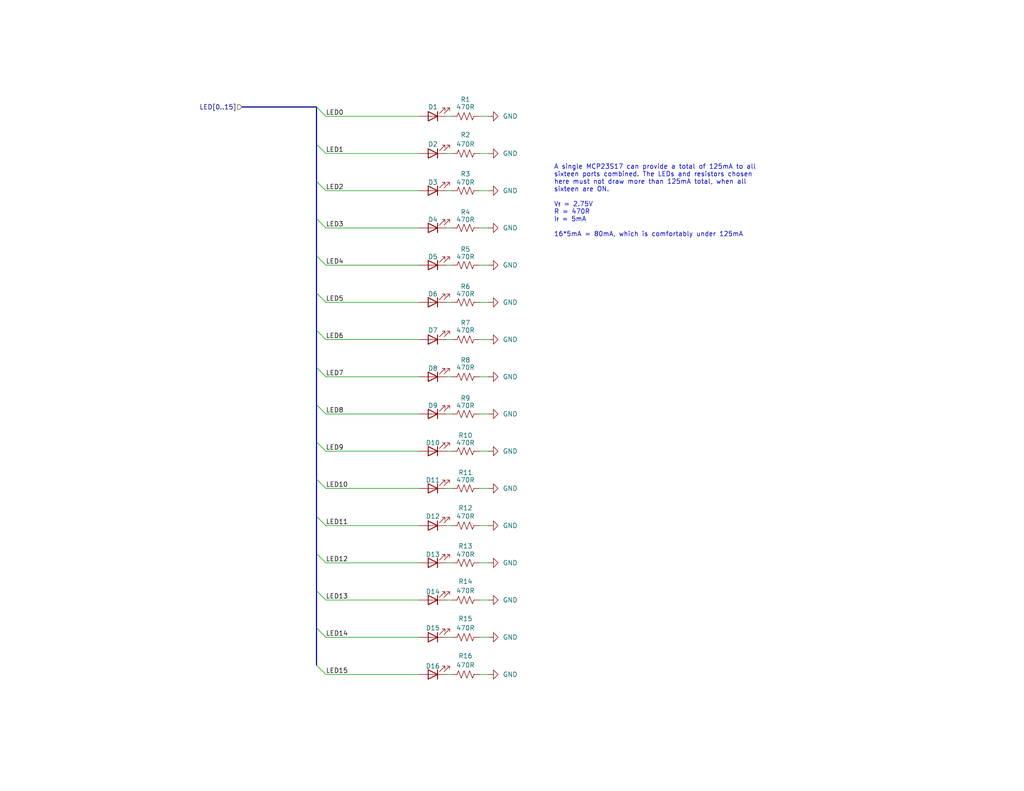
<source format=kicad_sch>
(kicad_sch (version 20250114) (generator "eeschema") (generator_version "9.0")
  (paper "USLetter")
  (title_block (date "2025-08-01") (rev "A"))
  (lib_symbols
    (symbol "Device:LED" (pin_numbers (hide yes)) (pin_names (offset 1.016) (hide yes))
      (property "Reference" "D" (at 0 2.54 0))
      (property "Value" "LED" (at 0 -2.54 0))
      (symbol "LED_0_1"
        (polyline (pts (xy -3.048 -0.762) (xy -4.572 -2.286) (xy -3.81 -2.286) (xy -4.572 -2.286) (xy -4.572 -1.524)))
        (polyline (pts (xy -1.778 -0.762) (xy -3.302 -2.286) (xy -2.54 -2.286) (xy -3.302 -2.286) (xy -3.302 -1.524)))
        (polyline (pts (xy -1.27 0) (xy 1.27 0)))
        (polyline (pts (xy -1.27 -1.27) (xy -1.27 1.27)) (stroke (width 0.254)))
        (polyline (pts (xy 1.27 -1.27) (xy 1.27 1.27) (xy -1.27 0) (xy 1.27 -1.27)) (stroke (width 0.254)))
      )
      (symbol "LED_1_1"
        (pin passive line (at -3.81 0 0) (length 2.54) (name "K") (number "1"))
        (pin passive line (at 3.81 0 180) (length 2.54) (name "A") (number "2"))
      )
    )
    (symbol "Device:R_US" (pin_numbers (hide yes)) (pin_names (offset 0))
      (property "Reference" "R" (at 2.54 0 90))
      (property "Value" "R_US" (at -2.54 0 90))
      (symbol "R_US_0_1"
        (polyline (pts (xy 0 2.286) (xy 0 2.54)))
        (polyline (pts (xy 0 2.286) (xy 1.016 1.905) (xy 0 1.524) (xy -1.016 1.143) (xy 0 0.762)))
        (polyline (pts (xy 0 0.762) (xy 1.016 0.381) (xy 0 0) (xy -1.016 -0.381) (xy 0 -0.762)))
        (polyline (pts (xy 0 -0.762) (xy 1.016 -1.143) (xy 0 -1.524) (xy -1.016 -1.905) (xy 0 -2.286)))
        (polyline (pts (xy 0 -2.286) (xy 0 -2.54)))
      )
      (symbol "R_US_1_1"
        (pin passive line (at 0 3.81 270) (length 1.27) (name "~") (number "1"))
        (pin passive line (at 0 -3.81 90) (length 1.27) (name "~") (number "2"))
      )
    )
    (symbol "power:GND" (power) (pin_numbers (hide yes)) (pin_names (offset 0) (hide yes))
      (property "Value" "GND" (at 0 -3.81 0))
      (symbol "GND_0_1"
        (polyline (pts (xy 0 0) (xy 0 -1.27) (xy 1.27 -1.27) (xy 0 -2.54) (xy -1.27 -1.27) (xy 0 -1.27)))
      )
      (symbol "GND_1_1"
        (pin power_in line (at 0 0 270) (length 0) (name "~") (number "1"))
      )
    )
  )
  (text "A single MCP23S17 can provide a total of 125mA to all\nsixteen ports combined. The LEDs and resistors chosen\nhere must not draw more than 125mA total, when all\nsixteen are ON.\n\nV_{f} = 2.75V\nR = 470R\nI_{f} = 5mA\n\n16*5mA = 80mA, which is comfortably under 125mA" (at 151.13 54.864 0) (effects (font (size 1.27 1.27)) (justify left)))
  (bus_entry (at 86.36 161.29) (size 2.54 2.54))
  (bus_entry (at 86.36 140.97) (size 2.54 2.54))
  (bus_entry (at 86.36 151.13) (size 2.54 2.54))
  (bus_entry (at 86.36 171.45) (size 2.54 2.54))
  (bus_entry (at 86.36 100.33) (size 2.54 2.54))
  (bus_entry (at 86.36 29.21) (size 2.54 2.54))
  (bus_entry (at 86.36 110.49) (size 2.54 2.54))
  (bus_entry (at 86.36 130.81) (size 2.54 2.54))
  (bus_entry (at 86.36 90.17) (size 2.54 2.54))
  (bus_entry (at 86.36 59.69) (size 2.54 2.54))
  (bus_entry (at 86.36 120.65) (size 2.54 2.54))
  (bus_entry (at 86.36 69.85) (size 2.54 2.54))
  (bus_entry (at 86.36 39.37) (size 2.54 2.54))
  (bus_entry (at 86.36 181.61) (size 2.54 2.54))
  (bus_entry (at 86.36 80.01) (size 2.54 2.54))
  (bus_entry (at 86.36 49.53) (size 2.54 2.54))
  (bus (pts (xy 86.36 49.53) (xy 86.36 39.37)))
  (wire (pts (xy 130.81 72.39) (xy 133.35 72.39)))
  (wire (pts (xy 130.81 163.83) (xy 133.35 163.83)))
  (bus (pts (xy 86.36 39.37) (xy 86.36 29.21)))
  (wire (pts (xy 130.81 102.87) (xy 133.35 102.87)))
  (bus (pts (xy 86.36 130.81) (xy 86.36 120.65)))
  (wire (pts (xy 88.9 153.67) (xy 114.3 153.67)))
  (wire (pts (xy 88.9 123.19) (xy 114.3 123.19)))
  (wire (pts (xy 121.92 153.67) (xy 123.19 153.67)))
  (bus (pts (xy 86.36 161.29) (xy 86.36 151.13)))
  (wire (pts (xy 121.92 82.55) (xy 123.19 82.55)))
  (wire (pts (xy 121.92 72.39) (xy 123.19 72.39)))
  (bus (pts (xy 86.36 120.65) (xy 86.36 110.49)))
  (wire (pts (xy 130.81 113.03) (xy 133.35 113.03)))
  (wire (pts (xy 130.81 41.91) (xy 133.35 41.91)))
  (bus (pts (xy 86.36 110.49) (xy 86.36 100.33)))
  (wire (pts (xy 130.81 133.35) (xy 133.35 133.35)))
  (wire (pts (xy 88.9 72.39) (xy 114.3 72.39)))
  (wire (pts (xy 88.9 31.75) (xy 114.3 31.75)))
  (wire (pts (xy 121.92 92.71) (xy 123.19 92.71)))
  (bus (pts (xy 86.36 140.97) (xy 86.36 130.81)))
  (wire (pts (xy 121.92 62.23) (xy 123.19 62.23)))
  (wire (pts (xy 121.92 113.03) (xy 123.19 113.03)))
  (wire (pts (xy 130.81 62.23) (xy 133.35 62.23)))
  (wire (pts (xy 130.81 52.07) (xy 133.35 52.07)))
  (wire (pts (xy 121.92 102.87) (xy 123.19 102.87)))
  (wire (pts (xy 121.92 31.75) (xy 123.19 31.75)))
  (wire (pts (xy 88.9 102.87) (xy 114.3 102.87)))
  (wire (pts (xy 88.9 113.03) (xy 114.3 113.03)))
  (wire (pts (xy 121.92 163.83) (xy 123.19 163.83)))
  (wire (pts (xy 130.81 184.15) (xy 133.35 184.15)))
  (wire (pts (xy 121.92 173.99) (xy 123.19 173.99)))
  (wire (pts (xy 130.81 143.51) (xy 133.35 143.51)))
  (wire (pts (xy 88.9 82.55) (xy 114.3 82.55)))
  (wire (pts (xy 130.81 153.67) (xy 133.35 153.67)))
  (wire (pts (xy 121.92 52.07) (xy 123.19 52.07)))
  (wire (pts (xy 88.9 41.91) (xy 114.3 41.91)))
  (bus (pts (xy 86.36 181.61) (xy 86.36 171.45)))
  (wire (pts (xy 130.81 82.55) (xy 133.35 82.55)))
  (bus (pts (xy 86.36 80.01) (xy 86.36 69.85)))
  (wire (pts (xy 88.9 52.07) (xy 114.3 52.07)))
  (bus (pts (xy 86.36 90.17) (xy 86.36 80.01)))
  (wire (pts (xy 88.9 173.99) (xy 114.3 173.99)))
  (wire (pts (xy 88.9 143.51) (xy 114.3 143.51)))
  (wire (pts (xy 130.81 92.71) (xy 133.35 92.71)))
  (wire (pts (xy 121.92 143.51) (xy 123.19 143.51)))
  (bus (pts (xy 86.36 100.33) (xy 86.36 90.17)))
  (wire (pts (xy 121.92 41.91) (xy 123.19 41.91)))
  (wire (pts (xy 88.9 133.35) (xy 114.3 133.35)))
  (wire (pts (xy 88.9 92.71) (xy 114.3 92.71)))
  (bus (pts (xy 86.36 171.45) (xy 86.36 161.29)))
  (wire (pts (xy 121.92 184.15) (xy 123.19 184.15)))
  (wire (pts (xy 130.81 123.19) (xy 133.35 123.19)))
  (wire (pts (xy 88.9 62.23) (xy 114.3 62.23)))
  (wire (pts (xy 88.9 163.83) (xy 114.3 163.83)))
  (bus (pts (xy 86.36 151.13) (xy 86.36 140.97)))
  (wire (pts (xy 121.92 123.19) (xy 123.19 123.19)))
  (wire (pts (xy 88.9 184.15) (xy 114.3 184.15)))
  (wire (pts (xy 130.81 173.99) (xy 133.35 173.99)))
  (bus (pts (xy 86.36 59.69) (xy 86.36 49.53)))
  (wire (pts (xy 130.81 31.75) (xy 133.35 31.75)))
  (bus (pts (xy 66.04 29.21) (xy 86.36 29.21)))
  (wire (pts (xy 121.92 133.35) (xy 123.19 133.35)))
  (bus (pts (xy 86.36 69.85) (xy 86.36 59.69)))
  (label "LED8" (at 88.9 113.03 0))
  (label "LED5" (at 88.9 82.55 0))
  (label "LED15" (at 88.9 184.15 0))
  (label "LED6" (at 88.9 92.71 0))
  (label "LED2" (at 88.9 52.07 0))
  (label "LED0" (at 88.9 31.75 0))
  (label "LED9" (at 88.9 123.19 0))
  (label "LED1" (at 88.9 41.91 0))
  (label "LED3" (at 88.9 62.23 0))
  (label "LED11" (at 88.9 143.51 0))
  (label "LED12" (at 88.9 153.67 0))
  (label "LED4" (at 88.9 72.39 0))
  (label "LED7" (at 88.9 102.87 0))
  (label "LED14" (at 88.9 173.99 0))
  (label "LED13" (at 88.9 163.83 0))
  (label "LED10" (at 88.9 133.35 0))
  (hierarchical_label "LED[0..15]" (shape input) (at 66.04 29.21 180))
  (symbol (lib_id "power:GND") (at 133.35 41.91 90) (unit 1)
    (property "Reference" "#PWR064" (effects (hide yes)))
    (property "Value" "GND" (at 137.16 41.9099 90) (effects (justify right)))
    (property "Description" "Power symbol creates a global label with name \"GND\" , ground" (effects (hide yes)))
  )
  (symbol (lib_id "Device:LED") (at 118.11 31.75 180) (unit 1)
    (property "Reference" "D1" (at 118.11 29.21 0))
    (property "Footprint" "LED_SMD:LED_0603_1608Metric" (effects (hide yes)))
    (property "Datasheet" "https://look.ams-osram.com/m/39e6c0644809f9ef/original/KB-EELP41-12.pdf" (effects (hide yes)))
    (property "Description" "Light emitting diode" (effects (hide yes)))
    (property "Mouser" "https://www.mouser.com/ProductDetail/720-P4112P1R2363X4X5" (effects (hide yes)))
    (property "Sim.Pins" "1=K 2=A" (effects (hide yes)))
  )
  (symbol (lib_id "power:GND") (at 133.35 62.23 90) (unit 1)
    (property "Reference" "#PWR066" (effects (hide yes)))
    (property "Value" "GND" (at 137.16 62.2299 90) (effects (justify right)))
    (property "Description" "Power symbol creates a global label with name \"GND\" , ground" (effects (hide yes)))
  )
  (symbol (lib_id "Device:LED") (at 118.11 143.51 180) (unit 1)
    (property "Reference" "D12" (at 118.11 140.97 0))
    (property "Footprint" "LED_SMD:LED_0603_1608Metric" (effects (hide yes)))
    (property "Datasheet" "https://look.ams-osram.com/m/39e6c0644809f9ef/original/KB-EELP41-12.pdf" (effects (hide yes)))
    (property "Description" "Light emitting diode" (effects (hide yes)))
    (property "Mouser" "https://www.mouser.com/ProductDetail/720-P4112P1R2363X4X5" (effects (hide yes)))
    (property "Sim.Pins" "1=K 2=A" (effects (hide yes)))
  )
  (symbol (lib_id "Device:R_US") (at 127 173.99 90) (unit 1)
    (property "Reference" "R15" (at 127 168.91 90))
    (property "Value" "470R" (at 127 171.45 90))
    (property "Footprint" "Capacitor_SMD:C_0603_1608Metric" (effects (hide yes)))
    (property "Mouser" "https://www.mouser.com/ProductDetail/652-CR0603FX-2700ELF" (effects (hide yes)))
  )
  (symbol (lib_id "Device:R_US") (at 127 133.35 90) (unit 1)
    (property "Reference" "R11" (at 127 129.032 90))
    (property "Value" "470R" (at 127 131.064 90))
    (property "Footprint" "Capacitor_SMD:C_0603_1608Metric" (effects (hide yes)))
    (property "Mouser" "https://www.mouser.com/ProductDetail/652-CR0603FX-2700ELF" (effects (hide yes)))
  )
  (symbol (lib_id "power:GND") (at 133.35 113.03 90) (unit 1)
    (property "Reference" "#PWR071" (effects (hide yes)))
    (property "Value" "GND" (at 137.16 113.0299 90) (effects (justify right)))
    (property "Description" "Power symbol creates a global label with name \"GND\" , ground" (effects (hide yes)))
  )
  (symbol (lib_id "Device:R_US") (at 127 143.51 90) (unit 1)
    (property "Reference" "R12" (at 127 138.684 90))
    (property "Value" "470R" (at 127 140.97 90))
    (property "Footprint" "Capacitor_SMD:C_0603_1608Metric" (effects (hide yes)))
    (property "Mouser" "https://www.mouser.com/ProductDetail/652-CR0603FX-2700ELF" (effects (hide yes)))
  )
  (symbol (lib_id "Device:R_US") (at 127 184.15 90) (unit 1)
    (property "Reference" "R16" (at 127 179.07 90))
    (property "Value" "470R" (at 127 181.61 90))
    (property "Footprint" "Capacitor_SMD:C_0603_1608Metric" (effects (hide yes)))
    (property "Mouser" "https://www.mouser.com/ProductDetail/652-CR0603FX-2700ELF" (effects (hide yes)))
  )
  (symbol (lib_id "Device:LED") (at 118.11 184.15 180) (unit 1)
    (property "Reference" "D16" (at 118.11 181.864 0))
    (property "Footprint" "LED_SMD:LED_0603_1608Metric" (effects (hide yes)))
    (property "Datasheet" "https://look.ams-osram.com/m/39e6c0644809f9ef/original/KB-EELP41-12.pdf" (effects (hide yes)))
    (property "Description" "Light emitting diode" (effects (hide yes)))
    (property "Mouser" "https://www.mouser.com/ProductDetail/720-P4112P1R2363X4X5" (effects (hide yes)))
    (property "Sim.Pins" "1=K 2=A" (effects (hide yes)))
  )
  (symbol (lib_id "power:GND") (at 133.35 72.39 90) (unit 1)
    (property "Reference" "#PWR067" (effects (hide yes)))
    (property "Value" "GND" (at 137.16 72.3899 90) (effects (justify right)))
    (property "Description" "Power symbol creates a global label with name \"GND\" , ground" (effects (hide yes)))
  )
  (symbol (lib_id "Device:LED") (at 118.11 153.67 180) (unit 1)
    (property "Reference" "D13" (at 118.11 151.384 0))
    (property "Footprint" "LED_SMD:LED_0603_1608Metric" (effects (hide yes)))
    (property "Datasheet" "https://look.ams-osram.com/m/39e6c0644809f9ef/original/KB-EELP41-12.pdf" (effects (hide yes)))
    (property "Description" "Light emitting diode" (effects (hide yes)))
    (property "Mouser" "https://www.mouser.com/ProductDetail/720-P4112P1R2363X4X5" (effects (hide yes)))
    (property "Sim.Pins" "1=K 2=A" (effects (hide yes)))
  )
  (symbol (lib_id "power:GND") (at 133.35 163.83 90) (unit 1)
    (property "Reference" "#PWR076" (effects (hide yes)))
    (property "Value" "GND" (at 137.16 163.8299 90) (effects (justify right)))
    (property "Description" "Power symbol creates a global label with name \"GND\" , ground" (effects (hide yes)))
  )
  (symbol (lib_id "power:GND") (at 133.35 153.67 90) (unit 1)
    (property "Reference" "#PWR075" (effects (hide yes)))
    (property "Value" "GND" (at 137.16 153.6699 90) (effects (justify right)))
    (property "Description" "Power symbol creates a global label with name \"GND\" , ground" (effects (hide yes)))
  )
  (symbol (lib_id "Device:R_US") (at 127 102.87 90) (unit 1)
    (property "Reference" "R8" (at 127 98.298 90))
    (property "Value" "470R" (at 127 100.33 90))
    (property "Footprint" "Capacitor_SMD:C_0603_1608Metric" (effects (hide yes)))
    (property "Mouser" "https://www.mouser.com/ProductDetail/652-CR0603FX-2700ELF" (effects (hide yes)))
  )
  (symbol (lib_id "power:GND") (at 133.35 143.51 90) (unit 1)
    (property "Reference" "#PWR074" (effects (hide yes)))
    (property "Value" "GND" (at 137.16 143.5099 90) (effects (justify right)))
    (property "Description" "Power symbol creates a global label with name \"GND\" , ground" (effects (hide yes)))
  )
  (symbol (lib_id "Device:LED") (at 118.11 52.07 180) (unit 1)
    (property "Reference" "D3" (at 118.11 49.784 0))
    (property "Footprint" "LED_SMD:LED_0603_1608Metric" (effects (hide yes)))
    (property "Datasheet" "https://look.ams-osram.com/m/39e6c0644809f9ef/original/KB-EELP41-12.pdf" (effects (hide yes)))
    (property "Description" "Light emitting diode" (effects (hide yes)))
    (property "Mouser" "https://www.mouser.com/ProductDetail/720-P4112P1R2363X4X5" (effects (hide yes)))
    (property "Sim.Pins" "1=K 2=A" (effects (hide yes)))
  )
  (symbol (lib_id "Device:R_US") (at 127 52.07 90) (unit 1)
    (property "Reference" "R3" (at 127 47.498 90))
    (property "Value" "470R" (at 127 49.784 90))
    (property "Footprint" "Capacitor_SMD:C_0603_1608Metric" (effects (hide yes)))
    (property "Mouser" "https://www.mouser.com/ProductDetail/652-CR0603FX-2700ELF" (effects (hide yes)))
  )
  (symbol (lib_id "Device:R_US") (at 127 153.67 90) (unit 1)
    (property "Reference" "R13" (at 127 149.098 90))
    (property "Value" "470R" (at 127 151.384 90))
    (property "Footprint" "Capacitor_SMD:C_0603_1608Metric" (effects (hide yes)))
    (property "Mouser" "https://www.mouser.com/ProductDetail/652-CR0603FX-2700ELF" (effects (hide yes)))
  )
  (symbol (lib_id "Device:R_US") (at 127 82.55 90) (unit 1)
    (property "Reference" "R6" (at 127 78.232 90))
    (property "Value" "470R" (at 127 80.264 90))
    (property "Footprint" "Capacitor_SMD:C_0603_1608Metric" (effects (hide yes)))
    (property "Mouser" "https://www.mouser.com/ProductDetail/652-CR0603FX-2700ELF" (effects (hide yes)))
  )
  (symbol (lib_id "Device:LED") (at 118.11 102.87 180) (unit 1)
    (property "Reference" "D8" (at 118.11 100.584 0))
    (property "Footprint" "LED_SMD:LED_0603_1608Metric" (effects (hide yes)))
    (property "Datasheet" "https://look.ams-osram.com/m/39e6c0644809f9ef/original/KB-EELP41-12.pdf" (effects (hide yes)))
    (property "Description" "Light emitting diode" (effects (hide yes)))
    (property "Mouser" "https://www.mouser.com/ProductDetail/720-P4112P1R2363X4X5" (effects (hide yes)))
    (property "Sim.Pins" "1=K 2=A" (effects (hide yes)))
  )
  (symbol (lib_id "Device:LED") (at 118.11 173.99 180) (unit 1)
    (property "Reference" "D15" (at 118.11 171.45 0))
    (property "Footprint" "LED_SMD:LED_0603_1608Metric" (effects (hide yes)))
    (property "Datasheet" "https://look.ams-osram.com/m/39e6c0644809f9ef/original/KB-EELP41-12.pdf" (effects (hide yes)))
    (property "Description" "Light emitting diode" (effects (hide yes)))
    (property "Mouser" "https://www.mouser.com/ProductDetail/720-P4112P1R2363X4X5" (effects (hide yes)))
    (property "Sim.Pins" "1=K 2=A" (effects (hide yes)))
  )
  (symbol (lib_id "Device:LED") (at 118.11 72.39 180) (unit 1)
    (property "Reference" "D5" (at 118.11 70.104 0))
    (property "Footprint" "LED_SMD:LED_0603_1608Metric" (effects (hide yes)))
    (property "Datasheet" "https://look.ams-osram.com/m/39e6c0644809f9ef/original/KB-EELP41-12.pdf" (effects (hide yes)))
    (property "Description" "Light emitting diode" (effects (hide yes)))
    (property "Mouser" "https://www.mouser.com/ProductDetail/720-P4112P1R2363X4X5" (effects (hide yes)))
    (property "Sim.Pins" "1=K 2=A" (effects (hide yes)))
  )
  (symbol (lib_id "Device:R_US") (at 127 113.03 90) (unit 1)
    (property "Reference" "R9" (at 127 108.712 90))
    (property "Value" "470R" (at 127 110.744 90))
    (property "Footprint" "Capacitor_SMD:C_0603_1608Metric" (effects (hide yes)))
    (property "Mouser" "https://www.mouser.com/ProductDetail/652-CR0603FX-2700ELF" (effects (hide yes)))
  )
  (symbol (lib_id "Device:LED") (at 118.11 92.71 180) (unit 1)
    (property "Reference" "D7" (at 118.11 90.17 0))
    (property "Footprint" "LED_SMD:LED_0603_1608Metric" (effects (hide yes)))
    (property "Datasheet" "https://look.ams-osram.com/m/39e6c0644809f9ef/original/KB-EELP41-12.pdf" (effects (hide yes)))
    (property "Description" "Light emitting diode" (effects (hide yes)))
    (property "Mouser" "https://www.mouser.com/ProductDetail/720-P4112P1R2363X4X5" (effects (hide yes)))
    (property "Sim.Pins" "1=K 2=A" (effects (hide yes)))
  )
  (symbol (lib_id "power:GND") (at 133.35 92.71 90) (unit 1)
    (property "Reference" "#PWR069" (effects (hide yes)))
    (property "Value" "GND" (at 137.16 92.7099 90) (effects (justify right)))
    (property "Description" "Power symbol creates a global label with name \"GND\" , ground" (effects (hide yes)))
  )
  (symbol (lib_id "Device:R_US") (at 127 123.19 90) (unit 1)
    (property "Reference" "R10" (at 127 118.872 90))
    (property "Value" "470R" (at 127 120.904 90))
    (property "Footprint" "Capacitor_SMD:C_0603_1608Metric" (effects (hide yes)))
    (property "Mouser" "https://www.mouser.com/ProductDetail/652-CR0603FX-2700ELF" (effects (hide yes)))
  )
  (symbol (lib_id "power:GND") (at 133.35 123.19 90) (unit 1)
    (property "Reference" "#PWR072" (effects (hide yes)))
    (property "Value" "GND" (at 137.16 123.1899 90) (effects (justify right)))
    (property "Description" "Power symbol creates a global label with name \"GND\" , ground" (effects (hide yes)))
  )
  (symbol (lib_id "Device:LED") (at 118.11 163.83 180) (unit 1)
    (property "Reference" "D14" (at 118.11 161.544 0))
    (property "Footprint" "LED_SMD:LED_0603_1608Metric" (effects (hide yes)))
    (property "Datasheet" "https://look.ams-osram.com/m/39e6c0644809f9ef/original/KB-EELP41-12.pdf" (effects (hide yes)))
    (property "Description" "Light emitting diode" (effects (hide yes)))
    (property "Mouser" "https://www.mouser.com/ProductDetail/720-P4112P1R2363X4X5" (effects (hide yes)))
    (property "Sim.Pins" "1=K 2=A" (effects (hide yes)))
  )
  (symbol (lib_id "Device:R_US") (at 127 41.91 90) (unit 1)
    (property "Reference" "R2" (at 127 36.83 90))
    (property "Value" "470R" (at 127 39.37 90))
    (property "Footprint" "Capacitor_SMD:C_0603_1608Metric" (effects (hide yes)))
    (property "Mouser" "https://www.mouser.com/ProductDetail/652-CR0603FX-2700ELF" (effects (hide yes)))
  )
  (symbol (lib_id "power:GND") (at 133.35 102.87 90) (unit 1)
    (property "Reference" "#PWR070" (effects (hide yes)))
    (property "Value" "GND" (at 137.16 102.8699 90) (effects (justify right)))
    (property "Description" "Power symbol creates a global label with name \"GND\" , ground" (effects (hide yes)))
  )
  (symbol (lib_id "Device:R_US") (at 127 72.39 90) (unit 1)
    (property "Reference" "R5" (at 127 68.072 90))
    (property "Value" "470R" (at 127 70.104 90))
    (property "Footprint" "Capacitor_SMD:C_0603_1608Metric" (effects (hide yes)))
    (property "Mouser" "https://www.mouser.com/ProductDetail/652-CR0603FX-2700ELF" (effects (hide yes)))
  )
  (symbol (lib_id "Device:R_US") (at 127 62.23 90) (unit 1)
    (property "Reference" "R4" (at 127 57.912 90))
    (property "Value" "470R" (at 127 59.944 90))
    (property "Footprint" "Capacitor_SMD:C_0603_1608Metric" (effects (hide yes)))
    (property "Mouser" "https://www.mouser.com/ProductDetail/652-CR0603FX-2700ELF" (effects (hide yes)))
  )
  (symbol (lib_id "power:GND") (at 133.35 173.99 90) (unit 1)
    (property "Reference" "#PWR077" (effects (hide yes)))
    (property "Value" "GND" (at 137.16 173.9899 90) (effects (justify right)))
    (property "Description" "Power symbol creates a global label with name \"GND\" , ground" (effects (hide yes)))
  )
  (symbol (lib_id "power:GND") (at 133.35 52.07 90) (unit 1)
    (property "Reference" "#PWR065" (effects (hide yes)))
    (property "Value" "GND" (at 137.16 52.0699 90) (effects (justify right)))
    (property "Description" "Power symbol creates a global label with name \"GND\" , ground" (effects (hide yes)))
  )
  (symbol (lib_id "power:GND") (at 133.35 31.75 90) (unit 1)
    (property "Reference" "#PWR063" (effects (hide yes)))
    (property "Value" "GND" (at 137.16 31.7499 90) (effects (justify right)))
    (property "Description" "Power symbol creates a global label with name \"GND\" , ground" (effects (hide yes)))
  )
  (symbol (lib_id "Device:LED") (at 118.11 62.23 180) (unit 1)
    (property "Reference" "D4" (at 118.11 59.944 0))
    (property "Footprint" "LED_SMD:LED_0603_1608Metric" (effects (hide yes)))
    (property "Datasheet" "https://look.ams-osram.com/m/39e6c0644809f9ef/original/KB-EELP41-12.pdf" (effects (hide yes)))
    (property "Description" "Light emitting diode" (effects (hide yes)))
    (property "Mouser" "https://www.mouser.com/ProductDetail/720-P4112P1R2363X4X5" (effects (hide yes)))
    (property "Sim.Pins" "1=K 2=A" (effects (hide yes)))
  )
  (symbol (lib_id "Device:LED") (at 118.11 82.55 180) (unit 1)
    (property "Reference" "D6" (at 118.11 80.264 0))
    (property "Footprint" "LED_SMD:LED_0603_1608Metric" (effects (hide yes)))
    (property "Datasheet" "https://look.ams-osram.com/m/39e6c0644809f9ef/original/KB-EELP41-12.pdf" (effects (hide yes)))
    (property "Description" "Light emitting diode" (effects (hide yes)))
    (property "Mouser" "https://www.mouser.com/ProductDetail/720-P4112P1R2363X4X5" (effects (hide yes)))
    (property "Sim.Pins" "1=K 2=A" (effects (hide yes)))
  )
  (symbol (lib_id "Device:LED") (at 118.11 133.35 180) (unit 1)
    (property "Reference" "D11" (at 118.11 131.064 0))
    (property "Footprint" "LED_SMD:LED_0603_1608Metric" (effects (hide yes)))
    (property "Datasheet" "https://look.ams-osram.com/m/39e6c0644809f9ef/original/KB-EELP41-12.pdf" (effects (hide yes)))
    (property "Description" "Light emitting diode" (effects (hide yes)))
    (property "Mouser" "https://www.mouser.com/ProductDetail/720-P4112P1R2363X4X5" (effects (hide yes)))
    (property "Sim.Pins" "1=K 2=A" (effects (hide yes)))
  )
  (symbol (lib_id "Device:LED") (at 118.11 113.03 180) (unit 1)
    (property "Reference" "D9" (at 118.11 110.744 0))
    (property "Footprint" "LED_SMD:LED_0603_1608Metric" (effects (hide yes)))
    (property "Datasheet" "https://look.ams-osram.com/m/39e6c0644809f9ef/original/KB-EELP41-12.pdf" (effects (hide yes)))
    (property "Description" "Light emitting diode" (effects (hide yes)))
    (property "Mouser" "https://www.mouser.com/ProductDetail/720-P4112P1R2363X4X5" (effects (hide yes)))
    (property "Sim.Pins" "1=K 2=A" (effects (hide yes)))
  )
  (symbol (lib_id "Device:R_US") (at 127 31.75 90) (unit 1)
    (property "Reference" "R1" (at 127 27.178 90))
    (property "Value" "470R" (at 127 29.21 90))
    (property "Footprint" "Capacitor_SMD:C_0603_1608Metric" (effects (hide yes)))
    (property "Mouser" "https://www.mouser.com/ProductDetail/652-CR0603FX-2700ELF" (effects (hide yes)))
  )
  (symbol (lib_id "Device:LED") (at 118.11 123.19 180) (unit 1)
    (property "Reference" "D10" (at 118.11 120.904 0))
    (property "Footprint" "LED_SMD:LED_0603_1608Metric" (effects (hide yes)))
    (property "Datasheet" "https://look.ams-osram.com/m/39e6c0644809f9ef/original/KB-EELP41-12.pdf" (effects (hide yes)))
    (property "Description" "Light emitting diode" (effects (hide yes)))
    (property "Mouser" "https://www.mouser.com/ProductDetail/720-P4112P1R2363X4X5" (effects (hide yes)))
    (property "Sim.Pins" "1=K 2=A" (effects (hide yes)))
  )
  (symbol (lib_id "Device:LED") (at 118.11 41.91 180) (unit 1)
    (property "Reference" "D2" (at 118.11 39.37 0))
    (property "Footprint" "LED_SMD:LED_0603_1608Metric" (effects (hide yes)))
    (property "Datasheet" "https://look.ams-osram.com/m/39e6c0644809f9ef/original/KB-EELP41-12.pdf" (effects (hide yes)))
    (property "Description" "Light emitting diode" (effects (hide yes)))
    (property "Mouser" "https://www.mouser.com/ProductDetail/720-P4112P1R2363X4X5" (effects (hide yes)))
    (property "Sim.Pins" "1=K 2=A" (effects (hide yes)))
  )
  (symbol (lib_id "power:GND") (at 133.35 82.55 90) (unit 1)
    (property "Reference" "#PWR068" (effects (hide yes)))
    (property "Value" "GND" (at 137.16 82.5499 90) (effects (justify right)))
    (property "Description" "Power symbol creates a global label with name \"GND\" , ground" (effects (hide yes)))
  )
  (symbol (lib_id "Device:R_US") (at 127 163.83 90) (unit 1)
    (property "Reference" "R14" (at 127 158.75 90))
    (property "Value" "470R" (at 127 161.29 90))
    (property "Footprint" "Capacitor_SMD:C_0603_1608Metric" (effects (hide yes)))
    (property "Mouser" "https://www.mouser.com/ProductDetail/652-CR0603FX-2700ELF" (effects (hide yes)))
  )
  (symbol (lib_id "power:GND") (at 133.35 133.35 90) (unit 1)
    (property "Reference" "#PWR073" (effects (hide yes)))
    (property "Value" "GND" (at 137.16 133.3499 90) (effects (justify right)))
    (property "Description" "Power symbol creates a global label with name \"GND\" , ground" (effects (hide yes)))
  )
  (symbol (lib_id "power:GND") (at 133.35 184.15 90) (unit 1)
    (property "Reference" "#PWR078" (effects (hide yes)))
    (property "Value" "GND" (at 137.16 184.1499 90) (effects (justify right)))
    (property "Description" "Power symbol creates a global label with name \"GND\" , ground" (effects (hide yes)))
  )
  (symbol (lib_id "Device:R_US") (at 127 92.71 90) (unit 1)
    (property "Reference" "R7" (at 127 88.138 90))
    (property "Value" "470R" (at 127 90.17 90))
    (property "Footprint" "Capacitor_SMD:C_0603_1608Metric" (effects (hide yes)))
    (property "Mouser" "https://www.mouser.com/ProductDetail/652-CR0603FX-2700ELF" (effects (hide yes)))
  )
)
</source>
